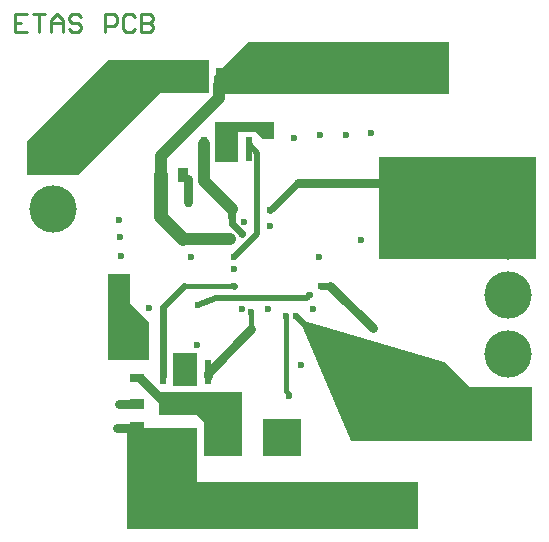
<source format=gtl>
G04*
G04 #@! TF.GenerationSoftware,Altium Limited,Altium Designer,23.8.1 (32)*
G04*
G04 Layer_Physical_Order=1*
G04 Layer_Color=16776960*
%FSLAX44Y44*%
%MOMM*%
G71*
G04*
G04 #@! TF.SameCoordinates,F9BA51D5-AC74-40FF-A976-F5FAEDCE12CC*
G04*
G04*
G04 #@! TF.FilePolarity,Positive*
G04*
G01*
G75*
%ADD10C,0.2000*%
%ADD11C,0.2540*%
%ADD12R,0.6000X2.1000*%
%ADD13R,5.5000X3.8500*%
%ADD14R,1.3000X0.9000*%
%ADD15R,1.3000X0.7000*%
%ADD16R,0.9000X1.3000*%
%ADD17R,0.9000X2.5000*%
%ADD26C,0.6000*%
%ADD27C,0.8000*%
%ADD28C,1.0000*%
%ADD29C,0.5000*%
%ADD30C,0.7000*%
%ADD31C,1.2000*%
%ADD32C,0.4000*%
%ADD33C,4.0000*%
%ADD34C,0.6000*%
G36*
X400000Y400000D02*
X201000D01*
Y415936D01*
X231000Y444000D01*
X400000D01*
Y400000D01*
D02*
G37*
G36*
X252000Y362000D02*
X243000D01*
X237000Y368000D01*
X222000D01*
Y343000D01*
X202000D01*
Y377000D01*
X252000D01*
Y362000D01*
D02*
G37*
G36*
X197000Y401000D02*
X156000D01*
X87000Y332000D01*
X43000D01*
Y360000D01*
X112000Y429000D01*
X197000D01*
Y401000D01*
D02*
G37*
G36*
X474000Y261000D02*
X341000D01*
Y347000D01*
X474000D01*
Y261000D01*
D02*
G37*
G36*
X130000Y223000D02*
X146000Y207000D01*
Y175000D01*
X112000D01*
Y248000D01*
X130000D01*
Y223000D01*
D02*
G37*
G36*
X187000Y153000D02*
X167000D01*
Y181000D01*
X187000D01*
Y153000D01*
D02*
G37*
G36*
X396318Y173682D02*
X418000Y152000D01*
X471000D01*
Y107000D01*
X317000D01*
X274001Y207998D01*
X274843Y208949D01*
X396318Y173682D01*
D02*
G37*
G36*
X275000Y94000D02*
X243000D01*
Y125000D01*
X275000D01*
Y94000D01*
D02*
G37*
G36*
X225000D02*
X193000D01*
Y123000D01*
X187000Y129000D01*
X155000D01*
Y148000D01*
X225000D01*
Y94000D01*
D02*
G37*
G36*
X187000Y72000D02*
X374000D01*
Y32000D01*
X128000D01*
Y118000D01*
X187000D01*
Y72000D01*
D02*
G37*
D10*
X248000Y365000D02*
X248000D01*
X183675Y176675D02*
X184000Y177000D01*
X183350Y161270D02*
X183675Y161595D01*
X136000Y159500D02*
X139000D01*
X217230Y110730D02*
X219000Y112500D01*
X135500Y118000D02*
X136000Y118500D01*
X138000D01*
X179000Y309083D02*
X180000Y308082D01*
X175500Y332000D02*
X179000Y328500D01*
X180000Y307000D02*
Y308082D01*
X265000Y145000D02*
Y146082D01*
X183350Y107555D02*
Y110730D01*
X138000Y118500D02*
X145770Y110730D01*
X354520Y408270D02*
X371000Y424750D01*
D11*
X42697Y467775D02*
X32540D01*
Y452540D01*
X42697D01*
X32540Y460158D02*
X37618D01*
X47775Y467775D02*
X57932D01*
X52853D01*
Y452540D01*
X63010D02*
Y462697D01*
X68088Y467775D01*
X73167Y462697D01*
Y452540D01*
Y460158D01*
X63010D01*
X88402Y465236D02*
X85863Y467775D01*
X80784D01*
X78245Y465236D01*
Y462697D01*
X80784Y460158D01*
X85863D01*
X88402Y457618D01*
Y455079D01*
X85863Y452540D01*
X80784D01*
X78245Y455079D01*
X108715Y452540D02*
Y467775D01*
X116333D01*
X118872Y465236D01*
Y460158D01*
X116333Y457618D01*
X108715D01*
X134107Y465236D02*
X131568Y467775D01*
X126490D01*
X123950Y465236D01*
Y455079D01*
X126490Y452540D01*
X131568D01*
X134107Y455079D01*
X139185Y467775D02*
Y452540D01*
X146803D01*
X149342Y455079D01*
Y457618D01*
X146803Y460158D01*
X139185D01*
X146803D01*
X149342Y462697D01*
Y465236D01*
X146803Y467775D01*
X139185D01*
D12*
X196050Y165000D02*
D03*
X183350D02*
D03*
X170650D02*
D03*
X157950D02*
D03*
X196050Y107000D02*
D03*
X183350D02*
D03*
X170650D02*
D03*
X157950D02*
D03*
X231050Y412000D02*
D03*
X218350D02*
D03*
X205650D02*
D03*
X192950D02*
D03*
X231050Y354000D02*
D03*
X218350D02*
D03*
X205650D02*
D03*
X192950D02*
D03*
D13*
X345000Y52250D02*
D03*
Y151750D02*
D03*
X371000Y424750D02*
D03*
Y325250D02*
D03*
D14*
X136000Y137500D02*
D03*
Y118500D02*
D03*
D15*
Y159500D02*
D03*
Y178500D02*
D03*
D16*
X175500Y332000D02*
D03*
X156500D02*
D03*
D17*
X249500Y112000D02*
D03*
X218500D02*
D03*
D26*
X292000Y238000D02*
X300000D01*
X249000Y302000D02*
X272250Y325250D01*
X271000Y212000D02*
X313000Y170000D01*
X217000Y290686D02*
Y296142D01*
Y290686D02*
X225000Y282686D01*
Y282000D02*
Y282686D01*
X157950Y161270D02*
Y219950D01*
X176000Y238000D01*
X218000D02*
X218500Y237500D01*
D27*
X300000Y238000D02*
X336000Y202000D01*
X139000Y159500D02*
X162150Y136350D01*
X192950Y408270D02*
Y423350D01*
X272250Y325250D02*
X371000D01*
X119000Y118000D02*
X135500D01*
X196050Y164445D02*
X233000Y201395D01*
X196050Y161270D02*
Y164445D01*
X179000Y309083D02*
Y328500D01*
X120920Y137500D02*
X136000D01*
D28*
X326750Y170000D02*
X345000Y151750D01*
X313000Y170000D02*
X326750D01*
X175000Y278000D02*
X215000D01*
X192950Y327050D02*
Y357730D01*
X192950Y327050D02*
X217000Y303000D01*
X205650Y396650D02*
Y408270D01*
X156500Y332000D02*
Y347500D01*
X205650Y396650D01*
D29*
X188000Y222000D02*
X203000Y228000D01*
X279918D01*
X281918Y230000D01*
X283000D01*
X231050Y357730D02*
X238000Y350780D01*
X218500Y262500D02*
X238000Y282000D01*
Y350780D01*
D30*
X217000Y296142D02*
Y303000D01*
D31*
X156500Y296500D02*
X175000Y278000D01*
X156500Y296500D02*
Y332000D01*
D32*
X233000Y201395D02*
Y216000D01*
X262000Y149082D02*
Y212000D01*
Y149082D02*
X265000Y146082D01*
X176000Y238000D02*
X218000D01*
D33*
X450000Y230000D02*
D03*
Y280000D02*
D03*
X65000Y303000D02*
D03*
X66000Y354000D02*
D03*
X450000Y180000D02*
D03*
X450000Y130000D02*
D03*
D34*
X146000Y219000D02*
D03*
X120000Y244000D02*
D03*
X285000Y218000D02*
D03*
X275000Y171000D02*
D03*
X334000Y367000D02*
D03*
X313000Y366000D02*
D03*
X326000Y277000D02*
D03*
X291000Y366000D02*
D03*
X269000Y363000D02*
D03*
X265000Y99000D02*
D03*
X249000Y289000D02*
D03*
X248000Y365000D02*
D03*
X213000Y366000D02*
D03*
X121000Y294000D02*
D03*
X122000Y279000D02*
D03*
X123000Y263000D02*
D03*
X218500Y252500D02*
D03*
X250000Y96000D02*
D03*
X184000Y177000D02*
D03*
X211000Y144000D02*
D03*
X292000Y238000D02*
D03*
X336000Y202000D02*
D03*
X193275Y423675D02*
D03*
X249000Y302000D02*
D03*
X271000Y212000D02*
D03*
X283000Y230000D02*
D03*
X233000Y216000D02*
D03*
X215000Y278000D02*
D03*
X119000Y118000D02*
D03*
X227000Y292000D02*
D03*
X225000Y282000D02*
D03*
X181500Y262500D02*
D03*
X120595Y137825D02*
D03*
X180000Y307000D02*
D03*
X187000Y188000D02*
D03*
X265000Y145000D02*
D03*
X188000Y222000D02*
D03*
X290000Y262000D02*
D03*
X262000Y212000D02*
D03*
X225000Y218000D02*
D03*
X247500Y218500D02*
D03*
X218500Y237500D02*
D03*
Y262500D02*
D03*
M02*

</source>
